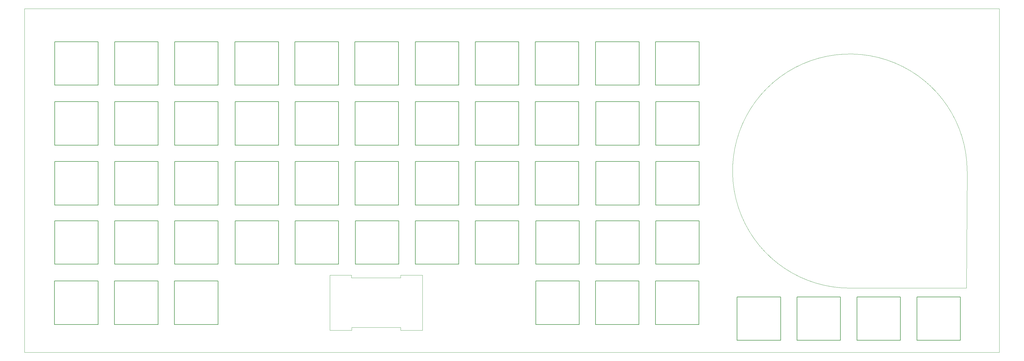
<source format=gbr>
G04 #@! TF.GenerationSoftware,KiCad,Pcbnew,(6.0.7)*
G04 #@! TF.CreationDate,2022-12-19T11:26:14-08:00*
G04 #@! TF.ProjectId,openot rev2,6f70656e-6f74-4207-9265-76322e6b6963,rev?*
G04 #@! TF.SameCoordinates,Original*
G04 #@! TF.FileFunction,Profile,NP*
%FSLAX46Y46*%
G04 Gerber Fmt 4.6, Leading zero omitted, Abs format (unit mm)*
G04 Created by KiCad (PCBNEW (6.0.7)) date 2022-12-19 11:26:14*
%MOMM*%
%LPD*%
G01*
G04 APERTURE LIST*
G04 #@! TA.AperFunction,Profile*
%ADD10C,0.050000*%
G04 #@! TD*
G04 #@! TA.AperFunction,Profile*
%ADD11C,0.100000*%
G04 #@! TD*
G04 #@! TA.AperFunction,Profile*
%ADD12C,0.120000*%
G04 #@! TD*
G04 #@! TA.AperFunction,Profile*
%ADD13C,0.150000*%
G04 #@! TD*
G04 APERTURE END LIST*
D10*
X364150000Y-167500000D02*
X326650000Y-167500000D01*
X364400000Y-129750000D02*
X364150000Y-167500000D01*
D11*
X60995683Y-77385634D02*
X374787283Y-77385634D01*
X374787283Y-77385634D02*
X374787283Y-188180434D01*
X374787283Y-188180434D02*
X60995683Y-188180434D01*
X60995683Y-188180434D02*
X60995683Y-77385634D01*
D10*
X364400000Y-129750000D02*
G75*
G03*
X326650000Y-167500000I-37750000J0D01*
G01*
D12*
X166306000Y-181090000D02*
X166306000Y-180201000D01*
X166242500Y-163310000D02*
X159257500Y-163310000D01*
X166242500Y-181090000D02*
X166306000Y-181090000D01*
X189039000Y-163310000D02*
X189039000Y-181090000D01*
X159257500Y-163310000D02*
X159257500Y-181090000D01*
X159257500Y-181090000D02*
X166242500Y-181090000D01*
X166306000Y-164199000D02*
X182054000Y-164199000D01*
X189039000Y-181090000D02*
X182054000Y-181090000D01*
X182054000Y-163310000D02*
X189039000Y-163310000D01*
X166242500Y-164199000D02*
X166306000Y-164199000D01*
X182054000Y-181090000D02*
X182054000Y-180201000D01*
X182054000Y-164199000D02*
X182054000Y-163310000D01*
X166306000Y-180201000D02*
X182054000Y-180201000D01*
X166242500Y-163310000D02*
X166242500Y-164199000D01*
D13*
X206092800Y-126693600D02*
X206092800Y-140693600D01*
X220092800Y-140693600D02*
X220092800Y-126693600D01*
X220092800Y-126693600D02*
X206092800Y-126693600D01*
X206092800Y-140693600D02*
X220092800Y-140693600D01*
X258797533Y-102022285D02*
X258797533Y-88022285D01*
X244797533Y-102022285D02*
X258797533Y-102022285D01*
X258797533Y-88022285D02*
X244797533Y-88022285D01*
X244797533Y-88022285D02*
X244797533Y-102022285D01*
X84710800Y-140693600D02*
X84710800Y-126693600D01*
X70710800Y-126693600D02*
X70710800Y-140693600D01*
X70710800Y-140693600D02*
X84710800Y-140693600D01*
X84710800Y-126693600D02*
X70710800Y-126693600D01*
X162053800Y-159794400D02*
X162053800Y-145794400D01*
X148053800Y-159794400D02*
X162053800Y-159794400D01*
X162053800Y-145794400D02*
X148053800Y-145794400D01*
X148053800Y-145794400D02*
X148053800Y-159794400D01*
X220092800Y-121389600D02*
X220092800Y-107389600D01*
X220092800Y-107389600D02*
X206092800Y-107389600D01*
X206092800Y-107389600D02*
X206092800Y-121389600D01*
X206092800Y-121389600D02*
X220092800Y-121389600D01*
X278131800Y-140693600D02*
X278131800Y-126693600D01*
X264131800Y-126693600D02*
X264131800Y-140693600D01*
X264131800Y-140693600D02*
X278131800Y-140693600D01*
X278131800Y-126693600D02*
X264131800Y-126693600D01*
X90014800Y-107389600D02*
X90014800Y-121389600D01*
X104014800Y-121389600D02*
X104014800Y-107389600D01*
X104014800Y-107389600D02*
X90014800Y-107389600D01*
X90014800Y-121389600D02*
X104014800Y-121389600D01*
X181357800Y-126693600D02*
X167357800Y-126693600D01*
X181357800Y-140693600D02*
X181357800Y-126693600D01*
X167357800Y-140693600D02*
X181357800Y-140693600D01*
X167357800Y-126693600D02*
X167357800Y-140693600D01*
X258827800Y-126693600D02*
X244827800Y-126693600D01*
X258827800Y-140693600D02*
X258827800Y-126693600D01*
X244827800Y-126693600D02*
X244827800Y-140693600D01*
X244827800Y-140693600D02*
X258827800Y-140693600D01*
X290370000Y-170330800D02*
X290370000Y-184330800D01*
X304370000Y-170330800D02*
X290370000Y-170330800D01*
X304370000Y-184330800D02*
X304370000Y-170330800D01*
X290370000Y-184330800D02*
X304370000Y-184330800D01*
X70660000Y-179200000D02*
X84660000Y-179200000D01*
X84660000Y-179200000D02*
X84660000Y-165200000D01*
X70660000Y-165200000D02*
X70660000Y-179200000D01*
X84660000Y-165200000D02*
X70660000Y-165200000D01*
X89984533Y-102022285D02*
X103984533Y-102022285D01*
X103984533Y-88022285D02*
X89984533Y-88022285D01*
X103984533Y-102022285D02*
X103984533Y-88022285D01*
X89984533Y-88022285D02*
X89984533Y-102022285D01*
X244777000Y-179200000D02*
X258777000Y-179200000D01*
X258777000Y-179200000D02*
X258777000Y-165200000D01*
X244777000Y-165200000D02*
X244777000Y-179200000D01*
X258777000Y-165200000D02*
X244777000Y-165200000D01*
X220062533Y-102022285D02*
X220062533Y-88022285D01*
X206062533Y-102022285D02*
X220062533Y-102022285D01*
X220062533Y-88022285D02*
X206062533Y-88022285D01*
X206062533Y-88022285D02*
X206062533Y-102022285D01*
X220097667Y-145756115D02*
X206097667Y-145756115D01*
X206097667Y-159756115D02*
X220097667Y-159756115D01*
X206097667Y-145756115D02*
X206097667Y-159756115D01*
X220097667Y-159756115D02*
X220097667Y-145756115D01*
X323597800Y-170330801D02*
X309597800Y-170330801D01*
X323597800Y-184330801D02*
X323597800Y-170330801D01*
X309597800Y-170330801D02*
X309597800Y-184330801D01*
X309597800Y-184330801D02*
X323597800Y-184330801D01*
X128749800Y-140693600D02*
X142749800Y-140693600D01*
X142749800Y-126693600D02*
X128749800Y-126693600D01*
X142749800Y-140693600D02*
X142749800Y-126693600D01*
X128749800Y-126693600D02*
X128749800Y-140693600D01*
X328901801Y-184330801D02*
X342901801Y-184330801D01*
X328901801Y-170330801D02*
X328901801Y-184330801D01*
X342901801Y-170330801D02*
X328901801Y-170330801D01*
X342901801Y-184330801D02*
X342901801Y-170330801D01*
X181327533Y-88022285D02*
X167327533Y-88022285D01*
X167327533Y-102022285D02*
X181327533Y-102022285D01*
X167327533Y-88022285D02*
X167327533Y-102022285D01*
X181327533Y-102022285D02*
X181327533Y-88022285D01*
X148053800Y-121389600D02*
X162053800Y-121389600D01*
X162053800Y-107389600D02*
X148053800Y-107389600D01*
X162053800Y-121389600D02*
X162053800Y-107389600D01*
X148053800Y-107389600D02*
X148053800Y-121389600D01*
X123318800Y-140693600D02*
X123318800Y-126693600D01*
X109318800Y-140693600D02*
X123318800Y-140693600D01*
X109318800Y-126693600D02*
X109318800Y-140693600D01*
X123318800Y-126693600D02*
X109318800Y-126693600D01*
X278131800Y-145794400D02*
X264131800Y-145794400D01*
X264131800Y-145794400D02*
X264131800Y-159794400D01*
X264131800Y-159794400D02*
X278131800Y-159794400D01*
X278131800Y-159794400D02*
X278131800Y-145794400D01*
X239528667Y-145756115D02*
X225528667Y-145756115D01*
X239528667Y-159756115D02*
X239528667Y-145756115D01*
X225528667Y-145756115D02*
X225528667Y-159756115D01*
X225528667Y-159756115D02*
X239528667Y-159756115D01*
X239366533Y-88022285D02*
X225366533Y-88022285D01*
X225366533Y-88022285D02*
X225366533Y-102022285D01*
X239366533Y-102022285D02*
X239366533Y-88022285D01*
X225366533Y-102022285D02*
X239366533Y-102022285D01*
X264101533Y-88022285D02*
X264101533Y-102022285D01*
X264101533Y-102022285D02*
X278101533Y-102022285D01*
X278101533Y-88022285D02*
X264101533Y-88022285D01*
X278101533Y-102022285D02*
X278101533Y-88022285D01*
X264131800Y-121389600D02*
X278131800Y-121389600D01*
X278131800Y-121389600D02*
X278131800Y-107389600D01*
X264131800Y-107389600D02*
X264131800Y-121389600D01*
X278131800Y-107389600D02*
X264131800Y-107389600D01*
X123318800Y-107389600D02*
X109318800Y-107389600D01*
X109318800Y-107389600D02*
X109318800Y-121389600D01*
X109318800Y-121389600D02*
X123318800Y-121389600D01*
X123318800Y-121389600D02*
X123318800Y-107389600D01*
X244827800Y-121389600D02*
X258827800Y-121389600D01*
X258827800Y-107389600D02*
X244827800Y-107389600D01*
X244827800Y-107389600D02*
X244827800Y-121389600D01*
X258827800Y-121389600D02*
X258827800Y-107389600D01*
X142749800Y-145794400D02*
X128749800Y-145794400D01*
X128749800Y-159794400D02*
X142749800Y-159794400D01*
X142749800Y-159794400D02*
X142749800Y-145794400D01*
X128749800Y-145794400D02*
X128749800Y-159794400D01*
X128719533Y-102022285D02*
X142719533Y-102022285D01*
X142719533Y-102022285D02*
X142719533Y-88022285D01*
X128719533Y-88022285D02*
X128719533Y-102022285D01*
X142719533Y-88022285D02*
X128719533Y-88022285D01*
X200788800Y-140693600D02*
X200788800Y-126693600D01*
X200788800Y-126693600D02*
X186788800Y-126693600D01*
X186788800Y-126693600D02*
X186788800Y-140693600D01*
X186788800Y-140693600D02*
X200788800Y-140693600D01*
X186788800Y-121389600D02*
X200788800Y-121389600D01*
X186788800Y-107389600D02*
X186788800Y-121389600D01*
X200788800Y-107389600D02*
X186788800Y-107389600D01*
X200788800Y-121389600D02*
X200788800Y-107389600D01*
X225396800Y-121389600D02*
X239396800Y-121389600D01*
X239396800Y-107389600D02*
X225396800Y-107389600D01*
X239396800Y-121389600D02*
X239396800Y-107389600D01*
X225396800Y-107389600D02*
X225396800Y-121389600D01*
X162023533Y-88022285D02*
X148023533Y-88022285D01*
X162023533Y-102022285D02*
X162023533Y-88022285D01*
X148023533Y-102022285D02*
X162023533Y-102022285D01*
X148023533Y-88022285D02*
X148023533Y-102022285D01*
X186758533Y-102022285D02*
X200758533Y-102022285D01*
X200758533Y-102022285D02*
X200758533Y-88022285D01*
X200758533Y-88022285D02*
X186758533Y-88022285D01*
X186758533Y-88022285D02*
X186758533Y-102022285D01*
X348205801Y-170330801D02*
X348205801Y-184330801D01*
X348205801Y-184330801D02*
X362205801Y-184330801D01*
X362205801Y-170330801D02*
X348205801Y-170330801D01*
X362205801Y-184330801D02*
X362205801Y-170330801D01*
X181489667Y-145756115D02*
X167489667Y-145756115D01*
X167489667Y-145756115D02*
X167489667Y-159756115D01*
X167489667Y-159756115D02*
X181489667Y-159756115D01*
X181489667Y-159756115D02*
X181489667Y-145756115D01*
X104014800Y-145794400D02*
X90014800Y-145794400D01*
X90014800Y-159794400D02*
X104014800Y-159794400D01*
X104014800Y-159794400D02*
X104014800Y-145794400D01*
X90014800Y-145794400D02*
X90014800Y-159794400D01*
X258827800Y-145794400D02*
X244827800Y-145794400D01*
X258827800Y-159794400D02*
X258827800Y-145794400D01*
X244827800Y-145794400D02*
X244827800Y-159794400D01*
X244827800Y-159794400D02*
X258827800Y-159794400D01*
X84710800Y-159794400D02*
X84710800Y-145794400D01*
X84710800Y-145794400D02*
X70710800Y-145794400D01*
X70710800Y-145794400D02*
X70710800Y-159794400D01*
X70710800Y-159794400D02*
X84710800Y-159794400D01*
X123318800Y-145794400D02*
X109318800Y-145794400D01*
X109318800Y-159794400D02*
X123318800Y-159794400D01*
X109318800Y-145794400D02*
X109318800Y-159794400D01*
X123318800Y-159794400D02*
X123318800Y-145794400D01*
X104014800Y-126693600D02*
X90014800Y-126693600D01*
X90014800Y-140693600D02*
X104014800Y-140693600D01*
X90014800Y-126693600D02*
X90014800Y-140693600D01*
X104014800Y-140693600D02*
X104014800Y-126693600D01*
X89964000Y-165200000D02*
X89964000Y-179200000D01*
X103964000Y-165200000D02*
X89964000Y-165200000D01*
X103964000Y-179200000D02*
X103964000Y-165200000D01*
X89964000Y-179200000D02*
X103964000Y-179200000D01*
X128749800Y-107389600D02*
X128749800Y-121389600D01*
X128749800Y-121389600D02*
X142749800Y-121389600D01*
X142749800Y-121389600D02*
X142749800Y-107389600D01*
X142749800Y-107389600D02*
X128749800Y-107389600D01*
X84680533Y-88022285D02*
X70680533Y-88022285D01*
X70680533Y-102022285D02*
X84680533Y-102022285D01*
X84680533Y-102022285D02*
X84680533Y-88022285D01*
X70680533Y-88022285D02*
X70680533Y-102022285D01*
X278081000Y-179200000D02*
X278081000Y-165200000D01*
X278081000Y-165200000D02*
X264081000Y-165200000D01*
X264081000Y-179200000D02*
X278081000Y-179200000D01*
X264081000Y-165200000D02*
X264081000Y-179200000D01*
X181357800Y-107389600D02*
X167357800Y-107389600D01*
X167357800Y-107389600D02*
X167357800Y-121389600D01*
X167357800Y-121389600D02*
X181357800Y-121389600D01*
X181357800Y-121389600D02*
X181357800Y-107389600D01*
X70710800Y-121389600D02*
X84710800Y-121389600D01*
X84710800Y-107389600D02*
X70710800Y-107389600D01*
X84710800Y-121389600D02*
X84710800Y-107389600D01*
X70710800Y-107389600D02*
X70710800Y-121389600D01*
X200793667Y-145756115D02*
X186793667Y-145756115D01*
X186793667Y-145756115D02*
X186793667Y-159756115D01*
X200793667Y-159756115D02*
X200793667Y-145756115D01*
X186793667Y-159756115D02*
X200793667Y-159756115D01*
X225574600Y-179200000D02*
X239574600Y-179200000D01*
X239574600Y-165200000D02*
X225574600Y-165200000D01*
X239574600Y-179200000D02*
X239574600Y-165200000D01*
X225574600Y-165200000D02*
X225574600Y-179200000D01*
X225396800Y-140693600D02*
X239396800Y-140693600D01*
X225396800Y-126693600D02*
X225396800Y-140693600D01*
X239396800Y-126693600D02*
X225396800Y-126693600D01*
X239396800Y-140693600D02*
X239396800Y-126693600D01*
X123268000Y-179200000D02*
X123268000Y-165200000D01*
X109268000Y-179200000D02*
X123268000Y-179200000D01*
X123268000Y-165200000D02*
X109268000Y-165200000D01*
X109268000Y-165200000D02*
X109268000Y-179200000D01*
X109288533Y-102022285D02*
X123288533Y-102022285D01*
X123288533Y-88022285D02*
X109288533Y-88022285D01*
X109288533Y-88022285D02*
X109288533Y-102022285D01*
X123288533Y-102022285D02*
X123288533Y-88022285D01*
X148053800Y-140693600D02*
X162053800Y-140693600D01*
X148053800Y-126693600D02*
X148053800Y-140693600D01*
X162053800Y-126693600D02*
X148053800Y-126693600D01*
X162053800Y-140693600D02*
X162053800Y-126693600D01*
M02*

</source>
